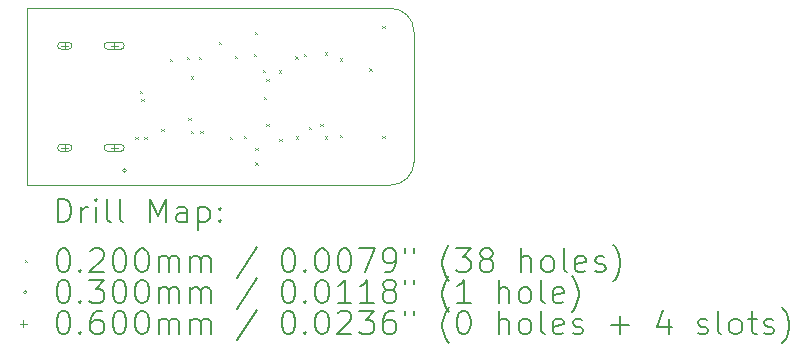
<source format=gbr>
%TF.GenerationSoftware,KiCad,Pcbnew,9.0.4*%
%TF.CreationDate,2025-08-24T10:48:39+01:00*%
%TF.ProjectId,usbc-7seg,75736263-2d37-4736-9567-2e6b69636164,rev?*%
%TF.SameCoordinates,Original*%
%TF.FileFunction,Drillmap*%
%TF.FilePolarity,Positive*%
%FSLAX45Y45*%
G04 Gerber Fmt 4.5, Leading zero omitted, Abs format (unit mm)*
G04 Created by KiCad (PCBNEW 9.0.4) date 2025-08-24 10:48:39*
%MOMM*%
%LPD*%
G01*
G04 APERTURE LIST*
%ADD10C,0.050000*%
%ADD11C,0.200000*%
%ADD12C,0.100000*%
G04 APERTURE END LIST*
D10*
X15700000Y-11098580D02*
X15700000Y-11100000D01*
X15900000Y-10898580D02*
G75*
G02*
X15700000Y-11098580I-200000J0D01*
G01*
X15700000Y-9600000D02*
G75*
G02*
X15900000Y-9800000I0J-200000D01*
G01*
X12625000Y-9600000D02*
X12625000Y-11100000D01*
X12625000Y-11100000D02*
X15700000Y-11100000D01*
X15900000Y-10898580D02*
X15900000Y-9800000D01*
X15700000Y-9600000D02*
X12625000Y-9600000D01*
D11*
D12*
X13540000Y-10690000D02*
X13560000Y-10710000D01*
X13560000Y-10690000D02*
X13540000Y-10710000D01*
X13580000Y-10300000D02*
X13600000Y-10320000D01*
X13600000Y-10300000D02*
X13580000Y-10320000D01*
X13590000Y-10370000D02*
X13610000Y-10390000D01*
X13610000Y-10370000D02*
X13590000Y-10390000D01*
X13615000Y-10690000D02*
X13635000Y-10710000D01*
X13635000Y-10690000D02*
X13615000Y-10710000D01*
X13760000Y-10620000D02*
X13780000Y-10640000D01*
X13780000Y-10620000D02*
X13760000Y-10640000D01*
X13830000Y-10030000D02*
X13850000Y-10050000D01*
X13850000Y-10030000D02*
X13830000Y-10050000D01*
X13977641Y-10012359D02*
X13997641Y-10032359D01*
X13997641Y-10012359D02*
X13977641Y-10032359D01*
X13990000Y-10530000D02*
X14010000Y-10550000D01*
X14010000Y-10530000D02*
X13990000Y-10550000D01*
X14010000Y-10640000D02*
X14030000Y-10660000D01*
X14030000Y-10640000D02*
X14010000Y-10660000D01*
X14011559Y-10178440D02*
X14031559Y-10198440D01*
X14031559Y-10178440D02*
X14011559Y-10198440D01*
X14080000Y-10010000D02*
X14100000Y-10030000D01*
X14100000Y-10010000D02*
X14080000Y-10030000D01*
X14090000Y-10640000D02*
X14110000Y-10660000D01*
X14110000Y-10640000D02*
X14090000Y-10660000D01*
X14245500Y-9884900D02*
X14265500Y-9904900D01*
X14265500Y-9884900D02*
X14245500Y-9904900D01*
X14340000Y-10690000D02*
X14360000Y-10710000D01*
X14360000Y-10690000D02*
X14340000Y-10710000D01*
X14380000Y-10002400D02*
X14400000Y-10022400D01*
X14400000Y-10002400D02*
X14380000Y-10022400D01*
X14461232Y-10681232D02*
X14481232Y-10701232D01*
X14481232Y-10681232D02*
X14461232Y-10701232D01*
X14545000Y-9985000D02*
X14565000Y-10005000D01*
X14565000Y-9985000D02*
X14545000Y-10005000D01*
X14550000Y-9800000D02*
X14570000Y-9820000D01*
X14570000Y-9800000D02*
X14550000Y-9820000D01*
X14555000Y-10785000D02*
X14575000Y-10805000D01*
X14575000Y-10785000D02*
X14555000Y-10805000D01*
X14555000Y-10905000D02*
X14575000Y-10925000D01*
X14575000Y-10905000D02*
X14555000Y-10925000D01*
X14620000Y-10120000D02*
X14640000Y-10140000D01*
X14640000Y-10120000D02*
X14620000Y-10140000D01*
X14630000Y-10350000D02*
X14650000Y-10370000D01*
X14650000Y-10350000D02*
X14630000Y-10370000D01*
X14647683Y-10579683D02*
X14667683Y-10599683D01*
X14667683Y-10579683D02*
X14647683Y-10599683D01*
X14650000Y-10200000D02*
X14670000Y-10220000D01*
X14670000Y-10200000D02*
X14650000Y-10220000D01*
X14756125Y-10126829D02*
X14776125Y-10146829D01*
X14776125Y-10126829D02*
X14756125Y-10146829D01*
X14758032Y-10704755D02*
X14778032Y-10724755D01*
X14778032Y-10704755D02*
X14758032Y-10724755D01*
X14893484Y-10008163D02*
X14913484Y-10028163D01*
X14913484Y-10008163D02*
X14893484Y-10028163D01*
X14898034Y-10685086D02*
X14918034Y-10705086D01*
X14918034Y-10685086D02*
X14898034Y-10705086D01*
X14963992Y-9986900D02*
X14983992Y-10006900D01*
X14983992Y-9986900D02*
X14963992Y-10006900D01*
X15007442Y-10603635D02*
X15027442Y-10623635D01*
X15027442Y-10603635D02*
X15007442Y-10623635D01*
X15105000Y-10580000D02*
X15125000Y-10600000D01*
X15125000Y-10580000D02*
X15105000Y-10600000D01*
X15142568Y-10684968D02*
X15162568Y-10704968D01*
X15162568Y-10684968D02*
X15142568Y-10704968D01*
X15145000Y-9975000D02*
X15165000Y-9995000D01*
X15165000Y-9975000D02*
X15145000Y-9995000D01*
X15270000Y-10025000D02*
X15290000Y-10045000D01*
X15290000Y-10025000D02*
X15270000Y-10045000D01*
X15270000Y-10670000D02*
X15290000Y-10690000D01*
X15290000Y-10670000D02*
X15270000Y-10690000D01*
X15520000Y-10110000D02*
X15540000Y-10130000D01*
X15540000Y-10110000D02*
X15520000Y-10130000D01*
X15630000Y-9750000D02*
X15650000Y-9770000D01*
X15650000Y-9750000D02*
X15630000Y-9770000D01*
X15630000Y-10680000D02*
X15650000Y-10700000D01*
X15650000Y-10680000D02*
X15630000Y-10700000D01*
X13465000Y-10975000D02*
G75*
G02*
X13435000Y-10975000I-15000J0D01*
G01*
X13435000Y-10975000D02*
G75*
G02*
X13465000Y-10975000I15000J0D01*
G01*
X12942500Y-9888000D02*
X12942500Y-9948000D01*
X12912500Y-9918000D02*
X12972500Y-9918000D01*
X12972500Y-9888000D02*
X12912500Y-9888000D01*
X12912500Y-9948000D02*
G75*
G02*
X12912500Y-9888000I0J30000D01*
G01*
X12912500Y-9948000D02*
X12972500Y-9948000D01*
X12972500Y-9948000D02*
G75*
G03*
X12972500Y-9888000I0J30000D01*
G01*
X12942500Y-10752000D02*
X12942500Y-10812000D01*
X12912500Y-10782000D02*
X12972500Y-10782000D01*
X12972500Y-10752000D02*
X12912500Y-10752000D01*
X12912500Y-10812000D02*
G75*
G02*
X12912500Y-10752000I0J30000D01*
G01*
X12912500Y-10812000D02*
X12972500Y-10812000D01*
X12972500Y-10812000D02*
G75*
G03*
X12972500Y-10752000I0J30000D01*
G01*
X13360500Y-9888000D02*
X13360500Y-9948000D01*
X13330500Y-9918000D02*
X13390500Y-9918000D01*
X13415500Y-9888000D02*
X13305500Y-9888000D01*
X13305500Y-9948000D02*
G75*
G02*
X13305500Y-9888000I0J30000D01*
G01*
X13305500Y-9948000D02*
X13415500Y-9948000D01*
X13415500Y-9948000D02*
G75*
G03*
X13415500Y-9888000I0J30000D01*
G01*
X13360500Y-10752000D02*
X13360500Y-10812000D01*
X13330500Y-10782000D02*
X13390500Y-10782000D01*
X13415500Y-10752000D02*
X13305500Y-10752000D01*
X13305500Y-10812000D02*
G75*
G02*
X13305500Y-10752000I0J30000D01*
G01*
X13305500Y-10812000D02*
X13415500Y-10812000D01*
X13415500Y-10812000D02*
G75*
G03*
X13415500Y-10752000I0J30000D01*
G01*
D11*
X12883277Y-11413984D02*
X12883277Y-11213984D01*
X12883277Y-11213984D02*
X12930896Y-11213984D01*
X12930896Y-11213984D02*
X12959467Y-11223508D01*
X12959467Y-11223508D02*
X12978515Y-11242555D01*
X12978515Y-11242555D02*
X12988039Y-11261603D01*
X12988039Y-11261603D02*
X12997562Y-11299698D01*
X12997562Y-11299698D02*
X12997562Y-11328269D01*
X12997562Y-11328269D02*
X12988039Y-11366365D01*
X12988039Y-11366365D02*
X12978515Y-11385412D01*
X12978515Y-11385412D02*
X12959467Y-11404460D01*
X12959467Y-11404460D02*
X12930896Y-11413984D01*
X12930896Y-11413984D02*
X12883277Y-11413984D01*
X13083277Y-11413984D02*
X13083277Y-11280650D01*
X13083277Y-11318746D02*
X13092801Y-11299698D01*
X13092801Y-11299698D02*
X13102324Y-11290174D01*
X13102324Y-11290174D02*
X13121372Y-11280650D01*
X13121372Y-11280650D02*
X13140420Y-11280650D01*
X13207086Y-11413984D02*
X13207086Y-11280650D01*
X13207086Y-11213984D02*
X13197562Y-11223508D01*
X13197562Y-11223508D02*
X13207086Y-11233031D01*
X13207086Y-11233031D02*
X13216610Y-11223508D01*
X13216610Y-11223508D02*
X13207086Y-11213984D01*
X13207086Y-11213984D02*
X13207086Y-11233031D01*
X13330896Y-11413984D02*
X13311848Y-11404460D01*
X13311848Y-11404460D02*
X13302324Y-11385412D01*
X13302324Y-11385412D02*
X13302324Y-11213984D01*
X13435658Y-11413984D02*
X13416610Y-11404460D01*
X13416610Y-11404460D02*
X13407086Y-11385412D01*
X13407086Y-11385412D02*
X13407086Y-11213984D01*
X13664229Y-11413984D02*
X13664229Y-11213984D01*
X13664229Y-11213984D02*
X13730896Y-11356841D01*
X13730896Y-11356841D02*
X13797562Y-11213984D01*
X13797562Y-11213984D02*
X13797562Y-11413984D01*
X13978515Y-11413984D02*
X13978515Y-11309222D01*
X13978515Y-11309222D02*
X13968991Y-11290174D01*
X13968991Y-11290174D02*
X13949943Y-11280650D01*
X13949943Y-11280650D02*
X13911848Y-11280650D01*
X13911848Y-11280650D02*
X13892801Y-11290174D01*
X13978515Y-11404460D02*
X13959467Y-11413984D01*
X13959467Y-11413984D02*
X13911848Y-11413984D01*
X13911848Y-11413984D02*
X13892801Y-11404460D01*
X13892801Y-11404460D02*
X13883277Y-11385412D01*
X13883277Y-11385412D02*
X13883277Y-11366365D01*
X13883277Y-11366365D02*
X13892801Y-11347317D01*
X13892801Y-11347317D02*
X13911848Y-11337793D01*
X13911848Y-11337793D02*
X13959467Y-11337793D01*
X13959467Y-11337793D02*
X13978515Y-11328269D01*
X14073753Y-11280650D02*
X14073753Y-11480650D01*
X14073753Y-11290174D02*
X14092801Y-11280650D01*
X14092801Y-11280650D02*
X14130896Y-11280650D01*
X14130896Y-11280650D02*
X14149943Y-11290174D01*
X14149943Y-11290174D02*
X14159467Y-11299698D01*
X14159467Y-11299698D02*
X14168991Y-11318746D01*
X14168991Y-11318746D02*
X14168991Y-11375888D01*
X14168991Y-11375888D02*
X14159467Y-11394936D01*
X14159467Y-11394936D02*
X14149943Y-11404460D01*
X14149943Y-11404460D02*
X14130896Y-11413984D01*
X14130896Y-11413984D02*
X14092801Y-11413984D01*
X14092801Y-11413984D02*
X14073753Y-11404460D01*
X14254705Y-11394936D02*
X14264229Y-11404460D01*
X14264229Y-11404460D02*
X14254705Y-11413984D01*
X14254705Y-11413984D02*
X14245182Y-11404460D01*
X14245182Y-11404460D02*
X14254705Y-11394936D01*
X14254705Y-11394936D02*
X14254705Y-11413984D01*
X14254705Y-11290174D02*
X14264229Y-11299698D01*
X14264229Y-11299698D02*
X14254705Y-11309222D01*
X14254705Y-11309222D02*
X14245182Y-11299698D01*
X14245182Y-11299698D02*
X14254705Y-11290174D01*
X14254705Y-11290174D02*
X14254705Y-11309222D01*
D12*
X12602500Y-11732500D02*
X12622500Y-11752500D01*
X12622500Y-11732500D02*
X12602500Y-11752500D01*
D11*
X12921372Y-11633984D02*
X12940420Y-11633984D01*
X12940420Y-11633984D02*
X12959467Y-11643508D01*
X12959467Y-11643508D02*
X12968991Y-11653031D01*
X12968991Y-11653031D02*
X12978515Y-11672079D01*
X12978515Y-11672079D02*
X12988039Y-11710174D01*
X12988039Y-11710174D02*
X12988039Y-11757793D01*
X12988039Y-11757793D02*
X12978515Y-11795888D01*
X12978515Y-11795888D02*
X12968991Y-11814936D01*
X12968991Y-11814936D02*
X12959467Y-11824460D01*
X12959467Y-11824460D02*
X12940420Y-11833984D01*
X12940420Y-11833984D02*
X12921372Y-11833984D01*
X12921372Y-11833984D02*
X12902324Y-11824460D01*
X12902324Y-11824460D02*
X12892801Y-11814936D01*
X12892801Y-11814936D02*
X12883277Y-11795888D01*
X12883277Y-11795888D02*
X12873753Y-11757793D01*
X12873753Y-11757793D02*
X12873753Y-11710174D01*
X12873753Y-11710174D02*
X12883277Y-11672079D01*
X12883277Y-11672079D02*
X12892801Y-11653031D01*
X12892801Y-11653031D02*
X12902324Y-11643508D01*
X12902324Y-11643508D02*
X12921372Y-11633984D01*
X13073753Y-11814936D02*
X13083277Y-11824460D01*
X13083277Y-11824460D02*
X13073753Y-11833984D01*
X13073753Y-11833984D02*
X13064229Y-11824460D01*
X13064229Y-11824460D02*
X13073753Y-11814936D01*
X13073753Y-11814936D02*
X13073753Y-11833984D01*
X13159467Y-11653031D02*
X13168991Y-11643508D01*
X13168991Y-11643508D02*
X13188039Y-11633984D01*
X13188039Y-11633984D02*
X13235658Y-11633984D01*
X13235658Y-11633984D02*
X13254705Y-11643508D01*
X13254705Y-11643508D02*
X13264229Y-11653031D01*
X13264229Y-11653031D02*
X13273753Y-11672079D01*
X13273753Y-11672079D02*
X13273753Y-11691127D01*
X13273753Y-11691127D02*
X13264229Y-11719698D01*
X13264229Y-11719698D02*
X13149943Y-11833984D01*
X13149943Y-11833984D02*
X13273753Y-11833984D01*
X13397562Y-11633984D02*
X13416610Y-11633984D01*
X13416610Y-11633984D02*
X13435658Y-11643508D01*
X13435658Y-11643508D02*
X13445182Y-11653031D01*
X13445182Y-11653031D02*
X13454705Y-11672079D01*
X13454705Y-11672079D02*
X13464229Y-11710174D01*
X13464229Y-11710174D02*
X13464229Y-11757793D01*
X13464229Y-11757793D02*
X13454705Y-11795888D01*
X13454705Y-11795888D02*
X13445182Y-11814936D01*
X13445182Y-11814936D02*
X13435658Y-11824460D01*
X13435658Y-11824460D02*
X13416610Y-11833984D01*
X13416610Y-11833984D02*
X13397562Y-11833984D01*
X13397562Y-11833984D02*
X13378515Y-11824460D01*
X13378515Y-11824460D02*
X13368991Y-11814936D01*
X13368991Y-11814936D02*
X13359467Y-11795888D01*
X13359467Y-11795888D02*
X13349943Y-11757793D01*
X13349943Y-11757793D02*
X13349943Y-11710174D01*
X13349943Y-11710174D02*
X13359467Y-11672079D01*
X13359467Y-11672079D02*
X13368991Y-11653031D01*
X13368991Y-11653031D02*
X13378515Y-11643508D01*
X13378515Y-11643508D02*
X13397562Y-11633984D01*
X13588039Y-11633984D02*
X13607086Y-11633984D01*
X13607086Y-11633984D02*
X13626134Y-11643508D01*
X13626134Y-11643508D02*
X13635658Y-11653031D01*
X13635658Y-11653031D02*
X13645182Y-11672079D01*
X13645182Y-11672079D02*
X13654705Y-11710174D01*
X13654705Y-11710174D02*
X13654705Y-11757793D01*
X13654705Y-11757793D02*
X13645182Y-11795888D01*
X13645182Y-11795888D02*
X13635658Y-11814936D01*
X13635658Y-11814936D02*
X13626134Y-11824460D01*
X13626134Y-11824460D02*
X13607086Y-11833984D01*
X13607086Y-11833984D02*
X13588039Y-11833984D01*
X13588039Y-11833984D02*
X13568991Y-11824460D01*
X13568991Y-11824460D02*
X13559467Y-11814936D01*
X13559467Y-11814936D02*
X13549943Y-11795888D01*
X13549943Y-11795888D02*
X13540420Y-11757793D01*
X13540420Y-11757793D02*
X13540420Y-11710174D01*
X13540420Y-11710174D02*
X13549943Y-11672079D01*
X13549943Y-11672079D02*
X13559467Y-11653031D01*
X13559467Y-11653031D02*
X13568991Y-11643508D01*
X13568991Y-11643508D02*
X13588039Y-11633984D01*
X13740420Y-11833984D02*
X13740420Y-11700650D01*
X13740420Y-11719698D02*
X13749943Y-11710174D01*
X13749943Y-11710174D02*
X13768991Y-11700650D01*
X13768991Y-11700650D02*
X13797563Y-11700650D01*
X13797563Y-11700650D02*
X13816610Y-11710174D01*
X13816610Y-11710174D02*
X13826134Y-11729222D01*
X13826134Y-11729222D02*
X13826134Y-11833984D01*
X13826134Y-11729222D02*
X13835658Y-11710174D01*
X13835658Y-11710174D02*
X13854705Y-11700650D01*
X13854705Y-11700650D02*
X13883277Y-11700650D01*
X13883277Y-11700650D02*
X13902324Y-11710174D01*
X13902324Y-11710174D02*
X13911848Y-11729222D01*
X13911848Y-11729222D02*
X13911848Y-11833984D01*
X14007086Y-11833984D02*
X14007086Y-11700650D01*
X14007086Y-11719698D02*
X14016610Y-11710174D01*
X14016610Y-11710174D02*
X14035658Y-11700650D01*
X14035658Y-11700650D02*
X14064229Y-11700650D01*
X14064229Y-11700650D02*
X14083277Y-11710174D01*
X14083277Y-11710174D02*
X14092801Y-11729222D01*
X14092801Y-11729222D02*
X14092801Y-11833984D01*
X14092801Y-11729222D02*
X14102324Y-11710174D01*
X14102324Y-11710174D02*
X14121372Y-11700650D01*
X14121372Y-11700650D02*
X14149943Y-11700650D01*
X14149943Y-11700650D02*
X14168991Y-11710174D01*
X14168991Y-11710174D02*
X14178515Y-11729222D01*
X14178515Y-11729222D02*
X14178515Y-11833984D01*
X14568991Y-11624460D02*
X14397563Y-11881603D01*
X14826134Y-11633984D02*
X14845182Y-11633984D01*
X14845182Y-11633984D02*
X14864229Y-11643508D01*
X14864229Y-11643508D02*
X14873753Y-11653031D01*
X14873753Y-11653031D02*
X14883277Y-11672079D01*
X14883277Y-11672079D02*
X14892801Y-11710174D01*
X14892801Y-11710174D02*
X14892801Y-11757793D01*
X14892801Y-11757793D02*
X14883277Y-11795888D01*
X14883277Y-11795888D02*
X14873753Y-11814936D01*
X14873753Y-11814936D02*
X14864229Y-11824460D01*
X14864229Y-11824460D02*
X14845182Y-11833984D01*
X14845182Y-11833984D02*
X14826134Y-11833984D01*
X14826134Y-11833984D02*
X14807086Y-11824460D01*
X14807086Y-11824460D02*
X14797563Y-11814936D01*
X14797563Y-11814936D02*
X14788039Y-11795888D01*
X14788039Y-11795888D02*
X14778515Y-11757793D01*
X14778515Y-11757793D02*
X14778515Y-11710174D01*
X14778515Y-11710174D02*
X14788039Y-11672079D01*
X14788039Y-11672079D02*
X14797563Y-11653031D01*
X14797563Y-11653031D02*
X14807086Y-11643508D01*
X14807086Y-11643508D02*
X14826134Y-11633984D01*
X14978515Y-11814936D02*
X14988039Y-11824460D01*
X14988039Y-11824460D02*
X14978515Y-11833984D01*
X14978515Y-11833984D02*
X14968991Y-11824460D01*
X14968991Y-11824460D02*
X14978515Y-11814936D01*
X14978515Y-11814936D02*
X14978515Y-11833984D01*
X15111848Y-11633984D02*
X15130896Y-11633984D01*
X15130896Y-11633984D02*
X15149944Y-11643508D01*
X15149944Y-11643508D02*
X15159467Y-11653031D01*
X15159467Y-11653031D02*
X15168991Y-11672079D01*
X15168991Y-11672079D02*
X15178515Y-11710174D01*
X15178515Y-11710174D02*
X15178515Y-11757793D01*
X15178515Y-11757793D02*
X15168991Y-11795888D01*
X15168991Y-11795888D02*
X15159467Y-11814936D01*
X15159467Y-11814936D02*
X15149944Y-11824460D01*
X15149944Y-11824460D02*
X15130896Y-11833984D01*
X15130896Y-11833984D02*
X15111848Y-11833984D01*
X15111848Y-11833984D02*
X15092801Y-11824460D01*
X15092801Y-11824460D02*
X15083277Y-11814936D01*
X15083277Y-11814936D02*
X15073753Y-11795888D01*
X15073753Y-11795888D02*
X15064229Y-11757793D01*
X15064229Y-11757793D02*
X15064229Y-11710174D01*
X15064229Y-11710174D02*
X15073753Y-11672079D01*
X15073753Y-11672079D02*
X15083277Y-11653031D01*
X15083277Y-11653031D02*
X15092801Y-11643508D01*
X15092801Y-11643508D02*
X15111848Y-11633984D01*
X15302325Y-11633984D02*
X15321372Y-11633984D01*
X15321372Y-11633984D02*
X15340420Y-11643508D01*
X15340420Y-11643508D02*
X15349944Y-11653031D01*
X15349944Y-11653031D02*
X15359467Y-11672079D01*
X15359467Y-11672079D02*
X15368991Y-11710174D01*
X15368991Y-11710174D02*
X15368991Y-11757793D01*
X15368991Y-11757793D02*
X15359467Y-11795888D01*
X15359467Y-11795888D02*
X15349944Y-11814936D01*
X15349944Y-11814936D02*
X15340420Y-11824460D01*
X15340420Y-11824460D02*
X15321372Y-11833984D01*
X15321372Y-11833984D02*
X15302325Y-11833984D01*
X15302325Y-11833984D02*
X15283277Y-11824460D01*
X15283277Y-11824460D02*
X15273753Y-11814936D01*
X15273753Y-11814936D02*
X15264229Y-11795888D01*
X15264229Y-11795888D02*
X15254706Y-11757793D01*
X15254706Y-11757793D02*
X15254706Y-11710174D01*
X15254706Y-11710174D02*
X15264229Y-11672079D01*
X15264229Y-11672079D02*
X15273753Y-11653031D01*
X15273753Y-11653031D02*
X15283277Y-11643508D01*
X15283277Y-11643508D02*
X15302325Y-11633984D01*
X15435658Y-11633984D02*
X15568991Y-11633984D01*
X15568991Y-11633984D02*
X15483277Y-11833984D01*
X15654706Y-11833984D02*
X15692801Y-11833984D01*
X15692801Y-11833984D02*
X15711848Y-11824460D01*
X15711848Y-11824460D02*
X15721372Y-11814936D01*
X15721372Y-11814936D02*
X15740420Y-11786365D01*
X15740420Y-11786365D02*
X15749944Y-11748269D01*
X15749944Y-11748269D02*
X15749944Y-11672079D01*
X15749944Y-11672079D02*
X15740420Y-11653031D01*
X15740420Y-11653031D02*
X15730896Y-11643508D01*
X15730896Y-11643508D02*
X15711848Y-11633984D01*
X15711848Y-11633984D02*
X15673753Y-11633984D01*
X15673753Y-11633984D02*
X15654706Y-11643508D01*
X15654706Y-11643508D02*
X15645182Y-11653031D01*
X15645182Y-11653031D02*
X15635658Y-11672079D01*
X15635658Y-11672079D02*
X15635658Y-11719698D01*
X15635658Y-11719698D02*
X15645182Y-11738746D01*
X15645182Y-11738746D02*
X15654706Y-11748269D01*
X15654706Y-11748269D02*
X15673753Y-11757793D01*
X15673753Y-11757793D02*
X15711848Y-11757793D01*
X15711848Y-11757793D02*
X15730896Y-11748269D01*
X15730896Y-11748269D02*
X15740420Y-11738746D01*
X15740420Y-11738746D02*
X15749944Y-11719698D01*
X15826134Y-11633984D02*
X15826134Y-11672079D01*
X15902325Y-11633984D02*
X15902325Y-11672079D01*
X16197563Y-11910174D02*
X16188039Y-11900650D01*
X16188039Y-11900650D02*
X16168991Y-11872079D01*
X16168991Y-11872079D02*
X16159468Y-11853031D01*
X16159468Y-11853031D02*
X16149944Y-11824460D01*
X16149944Y-11824460D02*
X16140420Y-11776841D01*
X16140420Y-11776841D02*
X16140420Y-11738746D01*
X16140420Y-11738746D02*
X16149944Y-11691127D01*
X16149944Y-11691127D02*
X16159468Y-11662555D01*
X16159468Y-11662555D02*
X16168991Y-11643508D01*
X16168991Y-11643508D02*
X16188039Y-11614936D01*
X16188039Y-11614936D02*
X16197563Y-11605412D01*
X16254706Y-11633984D02*
X16378515Y-11633984D01*
X16378515Y-11633984D02*
X16311848Y-11710174D01*
X16311848Y-11710174D02*
X16340420Y-11710174D01*
X16340420Y-11710174D02*
X16359468Y-11719698D01*
X16359468Y-11719698D02*
X16368991Y-11729222D01*
X16368991Y-11729222D02*
X16378515Y-11748269D01*
X16378515Y-11748269D02*
X16378515Y-11795888D01*
X16378515Y-11795888D02*
X16368991Y-11814936D01*
X16368991Y-11814936D02*
X16359468Y-11824460D01*
X16359468Y-11824460D02*
X16340420Y-11833984D01*
X16340420Y-11833984D02*
X16283277Y-11833984D01*
X16283277Y-11833984D02*
X16264229Y-11824460D01*
X16264229Y-11824460D02*
X16254706Y-11814936D01*
X16492801Y-11719698D02*
X16473753Y-11710174D01*
X16473753Y-11710174D02*
X16464229Y-11700650D01*
X16464229Y-11700650D02*
X16454706Y-11681603D01*
X16454706Y-11681603D02*
X16454706Y-11672079D01*
X16454706Y-11672079D02*
X16464229Y-11653031D01*
X16464229Y-11653031D02*
X16473753Y-11643508D01*
X16473753Y-11643508D02*
X16492801Y-11633984D01*
X16492801Y-11633984D02*
X16530896Y-11633984D01*
X16530896Y-11633984D02*
X16549944Y-11643508D01*
X16549944Y-11643508D02*
X16559468Y-11653031D01*
X16559468Y-11653031D02*
X16568991Y-11672079D01*
X16568991Y-11672079D02*
X16568991Y-11681603D01*
X16568991Y-11681603D02*
X16559468Y-11700650D01*
X16559468Y-11700650D02*
X16549944Y-11710174D01*
X16549944Y-11710174D02*
X16530896Y-11719698D01*
X16530896Y-11719698D02*
X16492801Y-11719698D01*
X16492801Y-11719698D02*
X16473753Y-11729222D01*
X16473753Y-11729222D02*
X16464229Y-11738746D01*
X16464229Y-11738746D02*
X16454706Y-11757793D01*
X16454706Y-11757793D02*
X16454706Y-11795888D01*
X16454706Y-11795888D02*
X16464229Y-11814936D01*
X16464229Y-11814936D02*
X16473753Y-11824460D01*
X16473753Y-11824460D02*
X16492801Y-11833984D01*
X16492801Y-11833984D02*
X16530896Y-11833984D01*
X16530896Y-11833984D02*
X16549944Y-11824460D01*
X16549944Y-11824460D02*
X16559468Y-11814936D01*
X16559468Y-11814936D02*
X16568991Y-11795888D01*
X16568991Y-11795888D02*
X16568991Y-11757793D01*
X16568991Y-11757793D02*
X16559468Y-11738746D01*
X16559468Y-11738746D02*
X16549944Y-11729222D01*
X16549944Y-11729222D02*
X16530896Y-11719698D01*
X16807087Y-11833984D02*
X16807087Y-11633984D01*
X16892801Y-11833984D02*
X16892801Y-11729222D01*
X16892801Y-11729222D02*
X16883277Y-11710174D01*
X16883277Y-11710174D02*
X16864230Y-11700650D01*
X16864230Y-11700650D02*
X16835658Y-11700650D01*
X16835658Y-11700650D02*
X16816611Y-11710174D01*
X16816611Y-11710174D02*
X16807087Y-11719698D01*
X17016611Y-11833984D02*
X16997563Y-11824460D01*
X16997563Y-11824460D02*
X16988039Y-11814936D01*
X16988039Y-11814936D02*
X16978515Y-11795888D01*
X16978515Y-11795888D02*
X16978515Y-11738746D01*
X16978515Y-11738746D02*
X16988039Y-11719698D01*
X16988039Y-11719698D02*
X16997563Y-11710174D01*
X16997563Y-11710174D02*
X17016611Y-11700650D01*
X17016611Y-11700650D02*
X17045182Y-11700650D01*
X17045182Y-11700650D02*
X17064230Y-11710174D01*
X17064230Y-11710174D02*
X17073753Y-11719698D01*
X17073753Y-11719698D02*
X17083277Y-11738746D01*
X17083277Y-11738746D02*
X17083277Y-11795888D01*
X17083277Y-11795888D02*
X17073753Y-11814936D01*
X17073753Y-11814936D02*
X17064230Y-11824460D01*
X17064230Y-11824460D02*
X17045182Y-11833984D01*
X17045182Y-11833984D02*
X17016611Y-11833984D01*
X17197563Y-11833984D02*
X17178515Y-11824460D01*
X17178515Y-11824460D02*
X17168992Y-11805412D01*
X17168992Y-11805412D02*
X17168992Y-11633984D01*
X17349944Y-11824460D02*
X17330896Y-11833984D01*
X17330896Y-11833984D02*
X17292801Y-11833984D01*
X17292801Y-11833984D02*
X17273753Y-11824460D01*
X17273753Y-11824460D02*
X17264230Y-11805412D01*
X17264230Y-11805412D02*
X17264230Y-11729222D01*
X17264230Y-11729222D02*
X17273753Y-11710174D01*
X17273753Y-11710174D02*
X17292801Y-11700650D01*
X17292801Y-11700650D02*
X17330896Y-11700650D01*
X17330896Y-11700650D02*
X17349944Y-11710174D01*
X17349944Y-11710174D02*
X17359468Y-11729222D01*
X17359468Y-11729222D02*
X17359468Y-11748269D01*
X17359468Y-11748269D02*
X17264230Y-11767317D01*
X17435658Y-11824460D02*
X17454706Y-11833984D01*
X17454706Y-11833984D02*
X17492801Y-11833984D01*
X17492801Y-11833984D02*
X17511849Y-11824460D01*
X17511849Y-11824460D02*
X17521373Y-11805412D01*
X17521373Y-11805412D02*
X17521373Y-11795888D01*
X17521373Y-11795888D02*
X17511849Y-11776841D01*
X17511849Y-11776841D02*
X17492801Y-11767317D01*
X17492801Y-11767317D02*
X17464230Y-11767317D01*
X17464230Y-11767317D02*
X17445182Y-11757793D01*
X17445182Y-11757793D02*
X17435658Y-11738746D01*
X17435658Y-11738746D02*
X17435658Y-11729222D01*
X17435658Y-11729222D02*
X17445182Y-11710174D01*
X17445182Y-11710174D02*
X17464230Y-11700650D01*
X17464230Y-11700650D02*
X17492801Y-11700650D01*
X17492801Y-11700650D02*
X17511849Y-11710174D01*
X17588039Y-11910174D02*
X17597563Y-11900650D01*
X17597563Y-11900650D02*
X17616611Y-11872079D01*
X17616611Y-11872079D02*
X17626134Y-11853031D01*
X17626134Y-11853031D02*
X17635658Y-11824460D01*
X17635658Y-11824460D02*
X17645182Y-11776841D01*
X17645182Y-11776841D02*
X17645182Y-11738746D01*
X17645182Y-11738746D02*
X17635658Y-11691127D01*
X17635658Y-11691127D02*
X17626134Y-11662555D01*
X17626134Y-11662555D02*
X17616611Y-11643508D01*
X17616611Y-11643508D02*
X17597563Y-11614936D01*
X17597563Y-11614936D02*
X17588039Y-11605412D01*
D12*
X12622500Y-12006500D02*
G75*
G02*
X12592500Y-12006500I-15000J0D01*
G01*
X12592500Y-12006500D02*
G75*
G02*
X12622500Y-12006500I15000J0D01*
G01*
D11*
X12921372Y-11897984D02*
X12940420Y-11897984D01*
X12940420Y-11897984D02*
X12959467Y-11907508D01*
X12959467Y-11907508D02*
X12968991Y-11917031D01*
X12968991Y-11917031D02*
X12978515Y-11936079D01*
X12978515Y-11936079D02*
X12988039Y-11974174D01*
X12988039Y-11974174D02*
X12988039Y-12021793D01*
X12988039Y-12021793D02*
X12978515Y-12059888D01*
X12978515Y-12059888D02*
X12968991Y-12078936D01*
X12968991Y-12078936D02*
X12959467Y-12088460D01*
X12959467Y-12088460D02*
X12940420Y-12097984D01*
X12940420Y-12097984D02*
X12921372Y-12097984D01*
X12921372Y-12097984D02*
X12902324Y-12088460D01*
X12902324Y-12088460D02*
X12892801Y-12078936D01*
X12892801Y-12078936D02*
X12883277Y-12059888D01*
X12883277Y-12059888D02*
X12873753Y-12021793D01*
X12873753Y-12021793D02*
X12873753Y-11974174D01*
X12873753Y-11974174D02*
X12883277Y-11936079D01*
X12883277Y-11936079D02*
X12892801Y-11917031D01*
X12892801Y-11917031D02*
X12902324Y-11907508D01*
X12902324Y-11907508D02*
X12921372Y-11897984D01*
X13073753Y-12078936D02*
X13083277Y-12088460D01*
X13083277Y-12088460D02*
X13073753Y-12097984D01*
X13073753Y-12097984D02*
X13064229Y-12088460D01*
X13064229Y-12088460D02*
X13073753Y-12078936D01*
X13073753Y-12078936D02*
X13073753Y-12097984D01*
X13149943Y-11897984D02*
X13273753Y-11897984D01*
X13273753Y-11897984D02*
X13207086Y-11974174D01*
X13207086Y-11974174D02*
X13235658Y-11974174D01*
X13235658Y-11974174D02*
X13254705Y-11983698D01*
X13254705Y-11983698D02*
X13264229Y-11993222D01*
X13264229Y-11993222D02*
X13273753Y-12012269D01*
X13273753Y-12012269D02*
X13273753Y-12059888D01*
X13273753Y-12059888D02*
X13264229Y-12078936D01*
X13264229Y-12078936D02*
X13254705Y-12088460D01*
X13254705Y-12088460D02*
X13235658Y-12097984D01*
X13235658Y-12097984D02*
X13178515Y-12097984D01*
X13178515Y-12097984D02*
X13159467Y-12088460D01*
X13159467Y-12088460D02*
X13149943Y-12078936D01*
X13397562Y-11897984D02*
X13416610Y-11897984D01*
X13416610Y-11897984D02*
X13435658Y-11907508D01*
X13435658Y-11907508D02*
X13445182Y-11917031D01*
X13445182Y-11917031D02*
X13454705Y-11936079D01*
X13454705Y-11936079D02*
X13464229Y-11974174D01*
X13464229Y-11974174D02*
X13464229Y-12021793D01*
X13464229Y-12021793D02*
X13454705Y-12059888D01*
X13454705Y-12059888D02*
X13445182Y-12078936D01*
X13445182Y-12078936D02*
X13435658Y-12088460D01*
X13435658Y-12088460D02*
X13416610Y-12097984D01*
X13416610Y-12097984D02*
X13397562Y-12097984D01*
X13397562Y-12097984D02*
X13378515Y-12088460D01*
X13378515Y-12088460D02*
X13368991Y-12078936D01*
X13368991Y-12078936D02*
X13359467Y-12059888D01*
X13359467Y-12059888D02*
X13349943Y-12021793D01*
X13349943Y-12021793D02*
X13349943Y-11974174D01*
X13349943Y-11974174D02*
X13359467Y-11936079D01*
X13359467Y-11936079D02*
X13368991Y-11917031D01*
X13368991Y-11917031D02*
X13378515Y-11907508D01*
X13378515Y-11907508D02*
X13397562Y-11897984D01*
X13588039Y-11897984D02*
X13607086Y-11897984D01*
X13607086Y-11897984D02*
X13626134Y-11907508D01*
X13626134Y-11907508D02*
X13635658Y-11917031D01*
X13635658Y-11917031D02*
X13645182Y-11936079D01*
X13645182Y-11936079D02*
X13654705Y-11974174D01*
X13654705Y-11974174D02*
X13654705Y-12021793D01*
X13654705Y-12021793D02*
X13645182Y-12059888D01*
X13645182Y-12059888D02*
X13635658Y-12078936D01*
X13635658Y-12078936D02*
X13626134Y-12088460D01*
X13626134Y-12088460D02*
X13607086Y-12097984D01*
X13607086Y-12097984D02*
X13588039Y-12097984D01*
X13588039Y-12097984D02*
X13568991Y-12088460D01*
X13568991Y-12088460D02*
X13559467Y-12078936D01*
X13559467Y-12078936D02*
X13549943Y-12059888D01*
X13549943Y-12059888D02*
X13540420Y-12021793D01*
X13540420Y-12021793D02*
X13540420Y-11974174D01*
X13540420Y-11974174D02*
X13549943Y-11936079D01*
X13549943Y-11936079D02*
X13559467Y-11917031D01*
X13559467Y-11917031D02*
X13568991Y-11907508D01*
X13568991Y-11907508D02*
X13588039Y-11897984D01*
X13740420Y-12097984D02*
X13740420Y-11964650D01*
X13740420Y-11983698D02*
X13749943Y-11974174D01*
X13749943Y-11974174D02*
X13768991Y-11964650D01*
X13768991Y-11964650D02*
X13797563Y-11964650D01*
X13797563Y-11964650D02*
X13816610Y-11974174D01*
X13816610Y-11974174D02*
X13826134Y-11993222D01*
X13826134Y-11993222D02*
X13826134Y-12097984D01*
X13826134Y-11993222D02*
X13835658Y-11974174D01*
X13835658Y-11974174D02*
X13854705Y-11964650D01*
X13854705Y-11964650D02*
X13883277Y-11964650D01*
X13883277Y-11964650D02*
X13902324Y-11974174D01*
X13902324Y-11974174D02*
X13911848Y-11993222D01*
X13911848Y-11993222D02*
X13911848Y-12097984D01*
X14007086Y-12097984D02*
X14007086Y-11964650D01*
X14007086Y-11983698D02*
X14016610Y-11974174D01*
X14016610Y-11974174D02*
X14035658Y-11964650D01*
X14035658Y-11964650D02*
X14064229Y-11964650D01*
X14064229Y-11964650D02*
X14083277Y-11974174D01*
X14083277Y-11974174D02*
X14092801Y-11993222D01*
X14092801Y-11993222D02*
X14092801Y-12097984D01*
X14092801Y-11993222D02*
X14102324Y-11974174D01*
X14102324Y-11974174D02*
X14121372Y-11964650D01*
X14121372Y-11964650D02*
X14149943Y-11964650D01*
X14149943Y-11964650D02*
X14168991Y-11974174D01*
X14168991Y-11974174D02*
X14178515Y-11993222D01*
X14178515Y-11993222D02*
X14178515Y-12097984D01*
X14568991Y-11888460D02*
X14397563Y-12145603D01*
X14826134Y-11897984D02*
X14845182Y-11897984D01*
X14845182Y-11897984D02*
X14864229Y-11907508D01*
X14864229Y-11907508D02*
X14873753Y-11917031D01*
X14873753Y-11917031D02*
X14883277Y-11936079D01*
X14883277Y-11936079D02*
X14892801Y-11974174D01*
X14892801Y-11974174D02*
X14892801Y-12021793D01*
X14892801Y-12021793D02*
X14883277Y-12059888D01*
X14883277Y-12059888D02*
X14873753Y-12078936D01*
X14873753Y-12078936D02*
X14864229Y-12088460D01*
X14864229Y-12088460D02*
X14845182Y-12097984D01*
X14845182Y-12097984D02*
X14826134Y-12097984D01*
X14826134Y-12097984D02*
X14807086Y-12088460D01*
X14807086Y-12088460D02*
X14797563Y-12078936D01*
X14797563Y-12078936D02*
X14788039Y-12059888D01*
X14788039Y-12059888D02*
X14778515Y-12021793D01*
X14778515Y-12021793D02*
X14778515Y-11974174D01*
X14778515Y-11974174D02*
X14788039Y-11936079D01*
X14788039Y-11936079D02*
X14797563Y-11917031D01*
X14797563Y-11917031D02*
X14807086Y-11907508D01*
X14807086Y-11907508D02*
X14826134Y-11897984D01*
X14978515Y-12078936D02*
X14988039Y-12088460D01*
X14988039Y-12088460D02*
X14978515Y-12097984D01*
X14978515Y-12097984D02*
X14968991Y-12088460D01*
X14968991Y-12088460D02*
X14978515Y-12078936D01*
X14978515Y-12078936D02*
X14978515Y-12097984D01*
X15111848Y-11897984D02*
X15130896Y-11897984D01*
X15130896Y-11897984D02*
X15149944Y-11907508D01*
X15149944Y-11907508D02*
X15159467Y-11917031D01*
X15159467Y-11917031D02*
X15168991Y-11936079D01*
X15168991Y-11936079D02*
X15178515Y-11974174D01*
X15178515Y-11974174D02*
X15178515Y-12021793D01*
X15178515Y-12021793D02*
X15168991Y-12059888D01*
X15168991Y-12059888D02*
X15159467Y-12078936D01*
X15159467Y-12078936D02*
X15149944Y-12088460D01*
X15149944Y-12088460D02*
X15130896Y-12097984D01*
X15130896Y-12097984D02*
X15111848Y-12097984D01*
X15111848Y-12097984D02*
X15092801Y-12088460D01*
X15092801Y-12088460D02*
X15083277Y-12078936D01*
X15083277Y-12078936D02*
X15073753Y-12059888D01*
X15073753Y-12059888D02*
X15064229Y-12021793D01*
X15064229Y-12021793D02*
X15064229Y-11974174D01*
X15064229Y-11974174D02*
X15073753Y-11936079D01*
X15073753Y-11936079D02*
X15083277Y-11917031D01*
X15083277Y-11917031D02*
X15092801Y-11907508D01*
X15092801Y-11907508D02*
X15111848Y-11897984D01*
X15368991Y-12097984D02*
X15254706Y-12097984D01*
X15311848Y-12097984D02*
X15311848Y-11897984D01*
X15311848Y-11897984D02*
X15292801Y-11926555D01*
X15292801Y-11926555D02*
X15273753Y-11945603D01*
X15273753Y-11945603D02*
X15254706Y-11955127D01*
X15559467Y-12097984D02*
X15445182Y-12097984D01*
X15502325Y-12097984D02*
X15502325Y-11897984D01*
X15502325Y-11897984D02*
X15483277Y-11926555D01*
X15483277Y-11926555D02*
X15464229Y-11945603D01*
X15464229Y-11945603D02*
X15445182Y-11955127D01*
X15673753Y-11983698D02*
X15654706Y-11974174D01*
X15654706Y-11974174D02*
X15645182Y-11964650D01*
X15645182Y-11964650D02*
X15635658Y-11945603D01*
X15635658Y-11945603D02*
X15635658Y-11936079D01*
X15635658Y-11936079D02*
X15645182Y-11917031D01*
X15645182Y-11917031D02*
X15654706Y-11907508D01*
X15654706Y-11907508D02*
X15673753Y-11897984D01*
X15673753Y-11897984D02*
X15711848Y-11897984D01*
X15711848Y-11897984D02*
X15730896Y-11907508D01*
X15730896Y-11907508D02*
X15740420Y-11917031D01*
X15740420Y-11917031D02*
X15749944Y-11936079D01*
X15749944Y-11936079D02*
X15749944Y-11945603D01*
X15749944Y-11945603D02*
X15740420Y-11964650D01*
X15740420Y-11964650D02*
X15730896Y-11974174D01*
X15730896Y-11974174D02*
X15711848Y-11983698D01*
X15711848Y-11983698D02*
X15673753Y-11983698D01*
X15673753Y-11983698D02*
X15654706Y-11993222D01*
X15654706Y-11993222D02*
X15645182Y-12002746D01*
X15645182Y-12002746D02*
X15635658Y-12021793D01*
X15635658Y-12021793D02*
X15635658Y-12059888D01*
X15635658Y-12059888D02*
X15645182Y-12078936D01*
X15645182Y-12078936D02*
X15654706Y-12088460D01*
X15654706Y-12088460D02*
X15673753Y-12097984D01*
X15673753Y-12097984D02*
X15711848Y-12097984D01*
X15711848Y-12097984D02*
X15730896Y-12088460D01*
X15730896Y-12088460D02*
X15740420Y-12078936D01*
X15740420Y-12078936D02*
X15749944Y-12059888D01*
X15749944Y-12059888D02*
X15749944Y-12021793D01*
X15749944Y-12021793D02*
X15740420Y-12002746D01*
X15740420Y-12002746D02*
X15730896Y-11993222D01*
X15730896Y-11993222D02*
X15711848Y-11983698D01*
X15826134Y-11897984D02*
X15826134Y-11936079D01*
X15902325Y-11897984D02*
X15902325Y-11936079D01*
X16197563Y-12174174D02*
X16188039Y-12164650D01*
X16188039Y-12164650D02*
X16168991Y-12136079D01*
X16168991Y-12136079D02*
X16159468Y-12117031D01*
X16159468Y-12117031D02*
X16149944Y-12088460D01*
X16149944Y-12088460D02*
X16140420Y-12040841D01*
X16140420Y-12040841D02*
X16140420Y-12002746D01*
X16140420Y-12002746D02*
X16149944Y-11955127D01*
X16149944Y-11955127D02*
X16159468Y-11926555D01*
X16159468Y-11926555D02*
X16168991Y-11907508D01*
X16168991Y-11907508D02*
X16188039Y-11878936D01*
X16188039Y-11878936D02*
X16197563Y-11869412D01*
X16378515Y-12097984D02*
X16264229Y-12097984D01*
X16321372Y-12097984D02*
X16321372Y-11897984D01*
X16321372Y-11897984D02*
X16302325Y-11926555D01*
X16302325Y-11926555D02*
X16283277Y-11945603D01*
X16283277Y-11945603D02*
X16264229Y-11955127D01*
X16616610Y-12097984D02*
X16616610Y-11897984D01*
X16702325Y-12097984D02*
X16702325Y-11993222D01*
X16702325Y-11993222D02*
X16692801Y-11974174D01*
X16692801Y-11974174D02*
X16673753Y-11964650D01*
X16673753Y-11964650D02*
X16645182Y-11964650D01*
X16645182Y-11964650D02*
X16626134Y-11974174D01*
X16626134Y-11974174D02*
X16616610Y-11983698D01*
X16826134Y-12097984D02*
X16807087Y-12088460D01*
X16807087Y-12088460D02*
X16797563Y-12078936D01*
X16797563Y-12078936D02*
X16788039Y-12059888D01*
X16788039Y-12059888D02*
X16788039Y-12002746D01*
X16788039Y-12002746D02*
X16797563Y-11983698D01*
X16797563Y-11983698D02*
X16807087Y-11974174D01*
X16807087Y-11974174D02*
X16826134Y-11964650D01*
X16826134Y-11964650D02*
X16854706Y-11964650D01*
X16854706Y-11964650D02*
X16873753Y-11974174D01*
X16873753Y-11974174D02*
X16883277Y-11983698D01*
X16883277Y-11983698D02*
X16892801Y-12002746D01*
X16892801Y-12002746D02*
X16892801Y-12059888D01*
X16892801Y-12059888D02*
X16883277Y-12078936D01*
X16883277Y-12078936D02*
X16873753Y-12088460D01*
X16873753Y-12088460D02*
X16854706Y-12097984D01*
X16854706Y-12097984D02*
X16826134Y-12097984D01*
X17007087Y-12097984D02*
X16988039Y-12088460D01*
X16988039Y-12088460D02*
X16978515Y-12069412D01*
X16978515Y-12069412D02*
X16978515Y-11897984D01*
X17159468Y-12088460D02*
X17140420Y-12097984D01*
X17140420Y-12097984D02*
X17102325Y-12097984D01*
X17102325Y-12097984D02*
X17083277Y-12088460D01*
X17083277Y-12088460D02*
X17073753Y-12069412D01*
X17073753Y-12069412D02*
X17073753Y-11993222D01*
X17073753Y-11993222D02*
X17083277Y-11974174D01*
X17083277Y-11974174D02*
X17102325Y-11964650D01*
X17102325Y-11964650D02*
X17140420Y-11964650D01*
X17140420Y-11964650D02*
X17159468Y-11974174D01*
X17159468Y-11974174D02*
X17168992Y-11993222D01*
X17168992Y-11993222D02*
X17168992Y-12012269D01*
X17168992Y-12012269D02*
X17073753Y-12031317D01*
X17235658Y-12174174D02*
X17245182Y-12164650D01*
X17245182Y-12164650D02*
X17264230Y-12136079D01*
X17264230Y-12136079D02*
X17273753Y-12117031D01*
X17273753Y-12117031D02*
X17283277Y-12088460D01*
X17283277Y-12088460D02*
X17292801Y-12040841D01*
X17292801Y-12040841D02*
X17292801Y-12002746D01*
X17292801Y-12002746D02*
X17283277Y-11955127D01*
X17283277Y-11955127D02*
X17273753Y-11926555D01*
X17273753Y-11926555D02*
X17264230Y-11907508D01*
X17264230Y-11907508D02*
X17245182Y-11878936D01*
X17245182Y-11878936D02*
X17235658Y-11869412D01*
D12*
X12592500Y-12240500D02*
X12592500Y-12300500D01*
X12562500Y-12270500D02*
X12622500Y-12270500D01*
D11*
X12921372Y-12161984D02*
X12940420Y-12161984D01*
X12940420Y-12161984D02*
X12959467Y-12171508D01*
X12959467Y-12171508D02*
X12968991Y-12181031D01*
X12968991Y-12181031D02*
X12978515Y-12200079D01*
X12978515Y-12200079D02*
X12988039Y-12238174D01*
X12988039Y-12238174D02*
X12988039Y-12285793D01*
X12988039Y-12285793D02*
X12978515Y-12323888D01*
X12978515Y-12323888D02*
X12968991Y-12342936D01*
X12968991Y-12342936D02*
X12959467Y-12352460D01*
X12959467Y-12352460D02*
X12940420Y-12361984D01*
X12940420Y-12361984D02*
X12921372Y-12361984D01*
X12921372Y-12361984D02*
X12902324Y-12352460D01*
X12902324Y-12352460D02*
X12892801Y-12342936D01*
X12892801Y-12342936D02*
X12883277Y-12323888D01*
X12883277Y-12323888D02*
X12873753Y-12285793D01*
X12873753Y-12285793D02*
X12873753Y-12238174D01*
X12873753Y-12238174D02*
X12883277Y-12200079D01*
X12883277Y-12200079D02*
X12892801Y-12181031D01*
X12892801Y-12181031D02*
X12902324Y-12171508D01*
X12902324Y-12171508D02*
X12921372Y-12161984D01*
X13073753Y-12342936D02*
X13083277Y-12352460D01*
X13083277Y-12352460D02*
X13073753Y-12361984D01*
X13073753Y-12361984D02*
X13064229Y-12352460D01*
X13064229Y-12352460D02*
X13073753Y-12342936D01*
X13073753Y-12342936D02*
X13073753Y-12361984D01*
X13254705Y-12161984D02*
X13216610Y-12161984D01*
X13216610Y-12161984D02*
X13197562Y-12171508D01*
X13197562Y-12171508D02*
X13188039Y-12181031D01*
X13188039Y-12181031D02*
X13168991Y-12209603D01*
X13168991Y-12209603D02*
X13159467Y-12247698D01*
X13159467Y-12247698D02*
X13159467Y-12323888D01*
X13159467Y-12323888D02*
X13168991Y-12342936D01*
X13168991Y-12342936D02*
X13178515Y-12352460D01*
X13178515Y-12352460D02*
X13197562Y-12361984D01*
X13197562Y-12361984D02*
X13235658Y-12361984D01*
X13235658Y-12361984D02*
X13254705Y-12352460D01*
X13254705Y-12352460D02*
X13264229Y-12342936D01*
X13264229Y-12342936D02*
X13273753Y-12323888D01*
X13273753Y-12323888D02*
X13273753Y-12276269D01*
X13273753Y-12276269D02*
X13264229Y-12257222D01*
X13264229Y-12257222D02*
X13254705Y-12247698D01*
X13254705Y-12247698D02*
X13235658Y-12238174D01*
X13235658Y-12238174D02*
X13197562Y-12238174D01*
X13197562Y-12238174D02*
X13178515Y-12247698D01*
X13178515Y-12247698D02*
X13168991Y-12257222D01*
X13168991Y-12257222D02*
X13159467Y-12276269D01*
X13397562Y-12161984D02*
X13416610Y-12161984D01*
X13416610Y-12161984D02*
X13435658Y-12171508D01*
X13435658Y-12171508D02*
X13445182Y-12181031D01*
X13445182Y-12181031D02*
X13454705Y-12200079D01*
X13454705Y-12200079D02*
X13464229Y-12238174D01*
X13464229Y-12238174D02*
X13464229Y-12285793D01*
X13464229Y-12285793D02*
X13454705Y-12323888D01*
X13454705Y-12323888D02*
X13445182Y-12342936D01*
X13445182Y-12342936D02*
X13435658Y-12352460D01*
X13435658Y-12352460D02*
X13416610Y-12361984D01*
X13416610Y-12361984D02*
X13397562Y-12361984D01*
X13397562Y-12361984D02*
X13378515Y-12352460D01*
X13378515Y-12352460D02*
X13368991Y-12342936D01*
X13368991Y-12342936D02*
X13359467Y-12323888D01*
X13359467Y-12323888D02*
X13349943Y-12285793D01*
X13349943Y-12285793D02*
X13349943Y-12238174D01*
X13349943Y-12238174D02*
X13359467Y-12200079D01*
X13359467Y-12200079D02*
X13368991Y-12181031D01*
X13368991Y-12181031D02*
X13378515Y-12171508D01*
X13378515Y-12171508D02*
X13397562Y-12161984D01*
X13588039Y-12161984D02*
X13607086Y-12161984D01*
X13607086Y-12161984D02*
X13626134Y-12171508D01*
X13626134Y-12171508D02*
X13635658Y-12181031D01*
X13635658Y-12181031D02*
X13645182Y-12200079D01*
X13645182Y-12200079D02*
X13654705Y-12238174D01*
X13654705Y-12238174D02*
X13654705Y-12285793D01*
X13654705Y-12285793D02*
X13645182Y-12323888D01*
X13645182Y-12323888D02*
X13635658Y-12342936D01*
X13635658Y-12342936D02*
X13626134Y-12352460D01*
X13626134Y-12352460D02*
X13607086Y-12361984D01*
X13607086Y-12361984D02*
X13588039Y-12361984D01*
X13588039Y-12361984D02*
X13568991Y-12352460D01*
X13568991Y-12352460D02*
X13559467Y-12342936D01*
X13559467Y-12342936D02*
X13549943Y-12323888D01*
X13549943Y-12323888D02*
X13540420Y-12285793D01*
X13540420Y-12285793D02*
X13540420Y-12238174D01*
X13540420Y-12238174D02*
X13549943Y-12200079D01*
X13549943Y-12200079D02*
X13559467Y-12181031D01*
X13559467Y-12181031D02*
X13568991Y-12171508D01*
X13568991Y-12171508D02*
X13588039Y-12161984D01*
X13740420Y-12361984D02*
X13740420Y-12228650D01*
X13740420Y-12247698D02*
X13749943Y-12238174D01*
X13749943Y-12238174D02*
X13768991Y-12228650D01*
X13768991Y-12228650D02*
X13797563Y-12228650D01*
X13797563Y-12228650D02*
X13816610Y-12238174D01*
X13816610Y-12238174D02*
X13826134Y-12257222D01*
X13826134Y-12257222D02*
X13826134Y-12361984D01*
X13826134Y-12257222D02*
X13835658Y-12238174D01*
X13835658Y-12238174D02*
X13854705Y-12228650D01*
X13854705Y-12228650D02*
X13883277Y-12228650D01*
X13883277Y-12228650D02*
X13902324Y-12238174D01*
X13902324Y-12238174D02*
X13911848Y-12257222D01*
X13911848Y-12257222D02*
X13911848Y-12361984D01*
X14007086Y-12361984D02*
X14007086Y-12228650D01*
X14007086Y-12247698D02*
X14016610Y-12238174D01*
X14016610Y-12238174D02*
X14035658Y-12228650D01*
X14035658Y-12228650D02*
X14064229Y-12228650D01*
X14064229Y-12228650D02*
X14083277Y-12238174D01*
X14083277Y-12238174D02*
X14092801Y-12257222D01*
X14092801Y-12257222D02*
X14092801Y-12361984D01*
X14092801Y-12257222D02*
X14102324Y-12238174D01*
X14102324Y-12238174D02*
X14121372Y-12228650D01*
X14121372Y-12228650D02*
X14149943Y-12228650D01*
X14149943Y-12228650D02*
X14168991Y-12238174D01*
X14168991Y-12238174D02*
X14178515Y-12257222D01*
X14178515Y-12257222D02*
X14178515Y-12361984D01*
X14568991Y-12152460D02*
X14397563Y-12409603D01*
X14826134Y-12161984D02*
X14845182Y-12161984D01*
X14845182Y-12161984D02*
X14864229Y-12171508D01*
X14864229Y-12171508D02*
X14873753Y-12181031D01*
X14873753Y-12181031D02*
X14883277Y-12200079D01*
X14883277Y-12200079D02*
X14892801Y-12238174D01*
X14892801Y-12238174D02*
X14892801Y-12285793D01*
X14892801Y-12285793D02*
X14883277Y-12323888D01*
X14883277Y-12323888D02*
X14873753Y-12342936D01*
X14873753Y-12342936D02*
X14864229Y-12352460D01*
X14864229Y-12352460D02*
X14845182Y-12361984D01*
X14845182Y-12361984D02*
X14826134Y-12361984D01*
X14826134Y-12361984D02*
X14807086Y-12352460D01*
X14807086Y-12352460D02*
X14797563Y-12342936D01*
X14797563Y-12342936D02*
X14788039Y-12323888D01*
X14788039Y-12323888D02*
X14778515Y-12285793D01*
X14778515Y-12285793D02*
X14778515Y-12238174D01*
X14778515Y-12238174D02*
X14788039Y-12200079D01*
X14788039Y-12200079D02*
X14797563Y-12181031D01*
X14797563Y-12181031D02*
X14807086Y-12171508D01*
X14807086Y-12171508D02*
X14826134Y-12161984D01*
X14978515Y-12342936D02*
X14988039Y-12352460D01*
X14988039Y-12352460D02*
X14978515Y-12361984D01*
X14978515Y-12361984D02*
X14968991Y-12352460D01*
X14968991Y-12352460D02*
X14978515Y-12342936D01*
X14978515Y-12342936D02*
X14978515Y-12361984D01*
X15111848Y-12161984D02*
X15130896Y-12161984D01*
X15130896Y-12161984D02*
X15149944Y-12171508D01*
X15149944Y-12171508D02*
X15159467Y-12181031D01*
X15159467Y-12181031D02*
X15168991Y-12200079D01*
X15168991Y-12200079D02*
X15178515Y-12238174D01*
X15178515Y-12238174D02*
X15178515Y-12285793D01*
X15178515Y-12285793D02*
X15168991Y-12323888D01*
X15168991Y-12323888D02*
X15159467Y-12342936D01*
X15159467Y-12342936D02*
X15149944Y-12352460D01*
X15149944Y-12352460D02*
X15130896Y-12361984D01*
X15130896Y-12361984D02*
X15111848Y-12361984D01*
X15111848Y-12361984D02*
X15092801Y-12352460D01*
X15092801Y-12352460D02*
X15083277Y-12342936D01*
X15083277Y-12342936D02*
X15073753Y-12323888D01*
X15073753Y-12323888D02*
X15064229Y-12285793D01*
X15064229Y-12285793D02*
X15064229Y-12238174D01*
X15064229Y-12238174D02*
X15073753Y-12200079D01*
X15073753Y-12200079D02*
X15083277Y-12181031D01*
X15083277Y-12181031D02*
X15092801Y-12171508D01*
X15092801Y-12171508D02*
X15111848Y-12161984D01*
X15254706Y-12181031D02*
X15264229Y-12171508D01*
X15264229Y-12171508D02*
X15283277Y-12161984D01*
X15283277Y-12161984D02*
X15330896Y-12161984D01*
X15330896Y-12161984D02*
X15349944Y-12171508D01*
X15349944Y-12171508D02*
X15359467Y-12181031D01*
X15359467Y-12181031D02*
X15368991Y-12200079D01*
X15368991Y-12200079D02*
X15368991Y-12219127D01*
X15368991Y-12219127D02*
X15359467Y-12247698D01*
X15359467Y-12247698D02*
X15245182Y-12361984D01*
X15245182Y-12361984D02*
X15368991Y-12361984D01*
X15435658Y-12161984D02*
X15559467Y-12161984D01*
X15559467Y-12161984D02*
X15492801Y-12238174D01*
X15492801Y-12238174D02*
X15521372Y-12238174D01*
X15521372Y-12238174D02*
X15540420Y-12247698D01*
X15540420Y-12247698D02*
X15549944Y-12257222D01*
X15549944Y-12257222D02*
X15559467Y-12276269D01*
X15559467Y-12276269D02*
X15559467Y-12323888D01*
X15559467Y-12323888D02*
X15549944Y-12342936D01*
X15549944Y-12342936D02*
X15540420Y-12352460D01*
X15540420Y-12352460D02*
X15521372Y-12361984D01*
X15521372Y-12361984D02*
X15464229Y-12361984D01*
X15464229Y-12361984D02*
X15445182Y-12352460D01*
X15445182Y-12352460D02*
X15435658Y-12342936D01*
X15730896Y-12161984D02*
X15692801Y-12161984D01*
X15692801Y-12161984D02*
X15673753Y-12171508D01*
X15673753Y-12171508D02*
X15664229Y-12181031D01*
X15664229Y-12181031D02*
X15645182Y-12209603D01*
X15645182Y-12209603D02*
X15635658Y-12247698D01*
X15635658Y-12247698D02*
X15635658Y-12323888D01*
X15635658Y-12323888D02*
X15645182Y-12342936D01*
X15645182Y-12342936D02*
X15654706Y-12352460D01*
X15654706Y-12352460D02*
X15673753Y-12361984D01*
X15673753Y-12361984D02*
X15711848Y-12361984D01*
X15711848Y-12361984D02*
X15730896Y-12352460D01*
X15730896Y-12352460D02*
X15740420Y-12342936D01*
X15740420Y-12342936D02*
X15749944Y-12323888D01*
X15749944Y-12323888D02*
X15749944Y-12276269D01*
X15749944Y-12276269D02*
X15740420Y-12257222D01*
X15740420Y-12257222D02*
X15730896Y-12247698D01*
X15730896Y-12247698D02*
X15711848Y-12238174D01*
X15711848Y-12238174D02*
X15673753Y-12238174D01*
X15673753Y-12238174D02*
X15654706Y-12247698D01*
X15654706Y-12247698D02*
X15645182Y-12257222D01*
X15645182Y-12257222D02*
X15635658Y-12276269D01*
X15826134Y-12161984D02*
X15826134Y-12200079D01*
X15902325Y-12161984D02*
X15902325Y-12200079D01*
X16197563Y-12438174D02*
X16188039Y-12428650D01*
X16188039Y-12428650D02*
X16168991Y-12400079D01*
X16168991Y-12400079D02*
X16159468Y-12381031D01*
X16159468Y-12381031D02*
X16149944Y-12352460D01*
X16149944Y-12352460D02*
X16140420Y-12304841D01*
X16140420Y-12304841D02*
X16140420Y-12266746D01*
X16140420Y-12266746D02*
X16149944Y-12219127D01*
X16149944Y-12219127D02*
X16159468Y-12190555D01*
X16159468Y-12190555D02*
X16168991Y-12171508D01*
X16168991Y-12171508D02*
X16188039Y-12142936D01*
X16188039Y-12142936D02*
X16197563Y-12133412D01*
X16311848Y-12161984D02*
X16330896Y-12161984D01*
X16330896Y-12161984D02*
X16349944Y-12171508D01*
X16349944Y-12171508D02*
X16359468Y-12181031D01*
X16359468Y-12181031D02*
X16368991Y-12200079D01*
X16368991Y-12200079D02*
X16378515Y-12238174D01*
X16378515Y-12238174D02*
X16378515Y-12285793D01*
X16378515Y-12285793D02*
X16368991Y-12323888D01*
X16368991Y-12323888D02*
X16359468Y-12342936D01*
X16359468Y-12342936D02*
X16349944Y-12352460D01*
X16349944Y-12352460D02*
X16330896Y-12361984D01*
X16330896Y-12361984D02*
X16311848Y-12361984D01*
X16311848Y-12361984D02*
X16292801Y-12352460D01*
X16292801Y-12352460D02*
X16283277Y-12342936D01*
X16283277Y-12342936D02*
X16273753Y-12323888D01*
X16273753Y-12323888D02*
X16264229Y-12285793D01*
X16264229Y-12285793D02*
X16264229Y-12238174D01*
X16264229Y-12238174D02*
X16273753Y-12200079D01*
X16273753Y-12200079D02*
X16283277Y-12181031D01*
X16283277Y-12181031D02*
X16292801Y-12171508D01*
X16292801Y-12171508D02*
X16311848Y-12161984D01*
X16616610Y-12361984D02*
X16616610Y-12161984D01*
X16702325Y-12361984D02*
X16702325Y-12257222D01*
X16702325Y-12257222D02*
X16692801Y-12238174D01*
X16692801Y-12238174D02*
X16673753Y-12228650D01*
X16673753Y-12228650D02*
X16645182Y-12228650D01*
X16645182Y-12228650D02*
X16626134Y-12238174D01*
X16626134Y-12238174D02*
X16616610Y-12247698D01*
X16826134Y-12361984D02*
X16807087Y-12352460D01*
X16807087Y-12352460D02*
X16797563Y-12342936D01*
X16797563Y-12342936D02*
X16788039Y-12323888D01*
X16788039Y-12323888D02*
X16788039Y-12266746D01*
X16788039Y-12266746D02*
X16797563Y-12247698D01*
X16797563Y-12247698D02*
X16807087Y-12238174D01*
X16807087Y-12238174D02*
X16826134Y-12228650D01*
X16826134Y-12228650D02*
X16854706Y-12228650D01*
X16854706Y-12228650D02*
X16873753Y-12238174D01*
X16873753Y-12238174D02*
X16883277Y-12247698D01*
X16883277Y-12247698D02*
X16892801Y-12266746D01*
X16892801Y-12266746D02*
X16892801Y-12323888D01*
X16892801Y-12323888D02*
X16883277Y-12342936D01*
X16883277Y-12342936D02*
X16873753Y-12352460D01*
X16873753Y-12352460D02*
X16854706Y-12361984D01*
X16854706Y-12361984D02*
X16826134Y-12361984D01*
X17007087Y-12361984D02*
X16988039Y-12352460D01*
X16988039Y-12352460D02*
X16978515Y-12333412D01*
X16978515Y-12333412D02*
X16978515Y-12161984D01*
X17159468Y-12352460D02*
X17140420Y-12361984D01*
X17140420Y-12361984D02*
X17102325Y-12361984D01*
X17102325Y-12361984D02*
X17083277Y-12352460D01*
X17083277Y-12352460D02*
X17073753Y-12333412D01*
X17073753Y-12333412D02*
X17073753Y-12257222D01*
X17073753Y-12257222D02*
X17083277Y-12238174D01*
X17083277Y-12238174D02*
X17102325Y-12228650D01*
X17102325Y-12228650D02*
X17140420Y-12228650D01*
X17140420Y-12228650D02*
X17159468Y-12238174D01*
X17159468Y-12238174D02*
X17168992Y-12257222D01*
X17168992Y-12257222D02*
X17168992Y-12276269D01*
X17168992Y-12276269D02*
X17073753Y-12295317D01*
X17245182Y-12352460D02*
X17264230Y-12361984D01*
X17264230Y-12361984D02*
X17302325Y-12361984D01*
X17302325Y-12361984D02*
X17321373Y-12352460D01*
X17321373Y-12352460D02*
X17330896Y-12333412D01*
X17330896Y-12333412D02*
X17330896Y-12323888D01*
X17330896Y-12323888D02*
X17321373Y-12304841D01*
X17321373Y-12304841D02*
X17302325Y-12295317D01*
X17302325Y-12295317D02*
X17273753Y-12295317D01*
X17273753Y-12295317D02*
X17254706Y-12285793D01*
X17254706Y-12285793D02*
X17245182Y-12266746D01*
X17245182Y-12266746D02*
X17245182Y-12257222D01*
X17245182Y-12257222D02*
X17254706Y-12238174D01*
X17254706Y-12238174D02*
X17273753Y-12228650D01*
X17273753Y-12228650D02*
X17302325Y-12228650D01*
X17302325Y-12228650D02*
X17321373Y-12238174D01*
X17568992Y-12285793D02*
X17721373Y-12285793D01*
X17645182Y-12361984D02*
X17645182Y-12209603D01*
X18054706Y-12228650D02*
X18054706Y-12361984D01*
X18007087Y-12152460D02*
X17959468Y-12295317D01*
X17959468Y-12295317D02*
X18083277Y-12295317D01*
X18302325Y-12352460D02*
X18321373Y-12361984D01*
X18321373Y-12361984D02*
X18359468Y-12361984D01*
X18359468Y-12361984D02*
X18378516Y-12352460D01*
X18378516Y-12352460D02*
X18388039Y-12333412D01*
X18388039Y-12333412D02*
X18388039Y-12323888D01*
X18388039Y-12323888D02*
X18378516Y-12304841D01*
X18378516Y-12304841D02*
X18359468Y-12295317D01*
X18359468Y-12295317D02*
X18330896Y-12295317D01*
X18330896Y-12295317D02*
X18311849Y-12285793D01*
X18311849Y-12285793D02*
X18302325Y-12266746D01*
X18302325Y-12266746D02*
X18302325Y-12257222D01*
X18302325Y-12257222D02*
X18311849Y-12238174D01*
X18311849Y-12238174D02*
X18330896Y-12228650D01*
X18330896Y-12228650D02*
X18359468Y-12228650D01*
X18359468Y-12228650D02*
X18378516Y-12238174D01*
X18502325Y-12361984D02*
X18483277Y-12352460D01*
X18483277Y-12352460D02*
X18473754Y-12333412D01*
X18473754Y-12333412D02*
X18473754Y-12161984D01*
X18607087Y-12361984D02*
X18588039Y-12352460D01*
X18588039Y-12352460D02*
X18578516Y-12342936D01*
X18578516Y-12342936D02*
X18568992Y-12323888D01*
X18568992Y-12323888D02*
X18568992Y-12266746D01*
X18568992Y-12266746D02*
X18578516Y-12247698D01*
X18578516Y-12247698D02*
X18588039Y-12238174D01*
X18588039Y-12238174D02*
X18607087Y-12228650D01*
X18607087Y-12228650D02*
X18635658Y-12228650D01*
X18635658Y-12228650D02*
X18654706Y-12238174D01*
X18654706Y-12238174D02*
X18664230Y-12247698D01*
X18664230Y-12247698D02*
X18673754Y-12266746D01*
X18673754Y-12266746D02*
X18673754Y-12323888D01*
X18673754Y-12323888D02*
X18664230Y-12342936D01*
X18664230Y-12342936D02*
X18654706Y-12352460D01*
X18654706Y-12352460D02*
X18635658Y-12361984D01*
X18635658Y-12361984D02*
X18607087Y-12361984D01*
X18730897Y-12228650D02*
X18807087Y-12228650D01*
X18759468Y-12161984D02*
X18759468Y-12333412D01*
X18759468Y-12333412D02*
X18768992Y-12352460D01*
X18768992Y-12352460D02*
X18788039Y-12361984D01*
X18788039Y-12361984D02*
X18807087Y-12361984D01*
X18864230Y-12352460D02*
X18883277Y-12361984D01*
X18883277Y-12361984D02*
X18921373Y-12361984D01*
X18921373Y-12361984D02*
X18940420Y-12352460D01*
X18940420Y-12352460D02*
X18949944Y-12333412D01*
X18949944Y-12333412D02*
X18949944Y-12323888D01*
X18949944Y-12323888D02*
X18940420Y-12304841D01*
X18940420Y-12304841D02*
X18921373Y-12295317D01*
X18921373Y-12295317D02*
X18892801Y-12295317D01*
X18892801Y-12295317D02*
X18873754Y-12285793D01*
X18873754Y-12285793D02*
X18864230Y-12266746D01*
X18864230Y-12266746D02*
X18864230Y-12257222D01*
X18864230Y-12257222D02*
X18873754Y-12238174D01*
X18873754Y-12238174D02*
X18892801Y-12228650D01*
X18892801Y-12228650D02*
X18921373Y-12228650D01*
X18921373Y-12228650D02*
X18940420Y-12238174D01*
X19016611Y-12438174D02*
X19026135Y-12428650D01*
X19026135Y-12428650D02*
X19045182Y-12400079D01*
X19045182Y-12400079D02*
X19054706Y-12381031D01*
X19054706Y-12381031D02*
X19064230Y-12352460D01*
X19064230Y-12352460D02*
X19073754Y-12304841D01*
X19073754Y-12304841D02*
X19073754Y-12266746D01*
X19073754Y-12266746D02*
X19064230Y-12219127D01*
X19064230Y-12219127D02*
X19054706Y-12190555D01*
X19054706Y-12190555D02*
X19045182Y-12171508D01*
X19045182Y-12171508D02*
X19026135Y-12142936D01*
X19026135Y-12142936D02*
X19016611Y-12133412D01*
M02*

</source>
